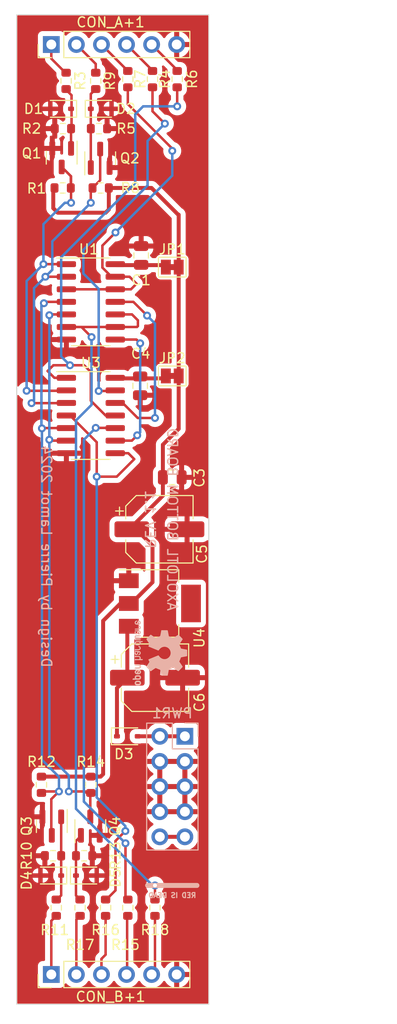
<source format=kicad_pcb>
(kicad_pcb (version 20221018) (generator pcbnew)
  (layers (0 "F.Cu" signal) (31 "B.Cu" signal) (34 "B.Paste" user) (35 "F.Paste" user) (36 "B.SilkS" user "B.Silkscreen") (37 "F.SilkS" user "F.Silkscreen") (38 "B.Mask" user) (39 "F.Mask" user) (44 "Edge.Cuts" user))
  (net 0 "")
  (net 1 "GND")
  (net 2 "Net-(JP1-A)")
  (net 3 "+5V")
  (net 4 "Net-(JP2-A)")
  (net 5 "Net-(R15-Pad1)")
  (net 6 "Net-(R6-Pad1)")
  (net 7 "Net-(R16-Pad1)")
  (net 8 "Net-(R7-Pad1)")
  (net 9 "Net-(R18-Pad1)")
  (net 10 "Net-(U1-Pad8)")
  (net 11 "Net-(U1-Pad11)")
  (net 12 "+12V")
  (net 13 "A1_BOTTOM")
  (net 14 "A2_BOTTOM")
  (net 15 "AA_BOTTOM")
  (net 16 "AX_BOTTOM")
  (net 17 "AO_BOTTOM")
  (net 18 "B1_BOTTOM")
  (net 19 "B2_BOTTOM")
  (net 20 "BA_BOTTOM")
  (net 21 "BX_BOTTOM")
  (net 22 "BO_BOTTOM")
  (net 23 "-12V")
  (net 24 "Net-(D1-K)")
  (net 25 "Net-(D2-K)")
  (net 26 "Net-(D3-A)")
  (net 27 "Net-(D4-K)")
  (net 28 "Net-(D5-K)")
  (net 29 "Net-(R4-Pad1)")
  (net 30 "Net-(Q1-C)")
  (net 31 "Net-(Q2-C)")
  (net 32 "Net-(Q3-C)")
  (net 33 "Net-(Q4-C)")
  (footprint "Capacitor_SMD:CP_Elec_6.3x5.4" (layer "F.Cu") (at 174 107)
    (fp_text reference "C6" (at 4.5 2.5 90) (layer "F.SilkS"))
    (fp_text value "22u")
    (pad "1" smd roundrect (at -2.8 0) (size 3.5 1.6) (layers "F.Cu" "F.Paste" "F.Mask") (roundrect_rratio 0.15625) (net 12 "+12V"))
    (pad "2" smd roundrect (at 2.8 0) (size 3.5 1.6) (layers "F.Cu" "F.Paste" "F.Mask") (roundrect_rratio 0.15625) (net 1 "GND"))
  )
  (footprint "Resistor_SMD:R_0603_1608Metric" (layer "F.Cu") (at 168 46.675 -90)
    (fp_text reference "R9" (at 0 -1.43 90) (layer "F.SilkS"))
    (fp_text value "100K")
    (pad "1" smd roundrect (at -0.825 0 270) (size 0.8 0.95) (layers "F.Cu" "F.Paste" "F.Mask") (net 14 "A2_BOTTOM"))
    (pad "2" smd roundrect (at 0.825 0 270) (size 0.8 0.95) (layers "F.Cu" "F.Paste" "F.Mask") (net 25 "Net-(D2-K)"))
  )
  (footprint "Capacitor_SMD:CP_Elec_6.3x5.4" (layer "F.Cu") (at 174.45 92)
    (fp_text reference "C5" (at 4.3 2.5 90) (layer "F.SilkS"))
    (fp_text value "22u")
    (pad "1" smd roundrect (at -2.8 0) (size 3.5 1.6) (layers "F.Cu" "F.Paste" "F.Mask") (roundrect_rratio 0.15625) (net 3 "+5V"))
    (pad "2" smd roundrect (at 2.8 0) (size 3.5 1.6) (layers "F.Cu" "F.Paste" "F.Mask") (roundrect_rratio 0.15625) (net 1 "GND"))
  )
  (footprint "Package_SO:SOIC-14_3.9x8.7mm_P1.27mm" (layer "F.Cu") (at 167.5 80.5)
    (fp_text reference "U3" (at 0 -5.32) (layer "F.SilkS"))
    (fp_text value "74HC02")
    (pad "1" smd roundrect (at -2.475 -3.81) (size 1.95 0.6) (layers "F.Cu" "F.Paste" "F.Mask") (net 6 "Net-(R6-Pad1)"))
    (pad "2" smd roundrect (at -2.475 -2.54) (size 1.95 0.6) (layers "F.Cu" "F.Paste" "F.Mask") (net 30 "Net-(Q1-C)"))
    (pad "3" smd roundrect (at -2.475 -1.27) (size 1.95 0.6) (layers "F.Cu" "F.Paste" "F.Mask") (net 31 "Net-(Q2-C)"))
    (pad "4" smd roundrect (at -2.475 0) (size 1.95 0.6) (layers "F.Cu" "F.Paste" "F.Mask") (net 7 "Net-(R16-Pad1)"))
    (pad "5" smd roundrect (at -2.475 1.27) (size 1.95 0.6) (layers "F.Cu" "F.Paste" "F.Mask") (net 32 "Net-(Q3-C)"))
    (pad "6" smd roundrect (at -2.475 2.54) (size 1.95 0.6) (layers "F.Cu" "F.Paste" "F.Mask") (net 33 "Net-(Q4-C)"))
    (pad "7" smd roundrect (at -2.475 3.81) (size 1.95 0.6) (layers "F.Cu" "F.Paste" "F.Mask") (net 1 "GND"))
    (pad "8" smd roundrect (at 2.475 3.81) (size 1.95 0.6) (layers "F.Cu" "F.Paste" "F.Mask") (net 7 "Net-(R16-Pad1)"))
    (pad "9" smd roundrect (at 2.475 2.54) (size 1.95 0.6) (layers "F.Cu" "F.Paste" "F.Mask") (net 10 "Net-(U1-Pad8)"))
    (pad "10" smd roundrect (at 2.475 1.27) (size 1.95 0.6) (layers "F.Cu" "F.Paste" "F.Mask") (net 5 "Net-(R15-Pad1)"))
    (pad "11" smd roundrect (at 2.475 0) (size 1.95 0.6) (layers "F.Cu" "F.Paste" "F.Mask") (net 6 "Net-(R6-Pad1)"))
    (pad "12" smd roundrect (at 2.475 -1.27) (size 1.95 0.6) (layers "F.Cu" "F.Paste" "F.Mask") (net 11 "Net-(U1-Pad11)"))
    (pad "13" smd roundrect (at 2.475 -2.54) (size 1.95 0.6) (layers "F.Cu" "F.Paste" "F.Mask") (net 29 "Net-(R4-Pad1)"))
    (pad "14" smd roundrect (at 2.475 -3.81) (size 1.95 0.6) (layers "F.Cu" "F.Paste" "F.Mask") (net 4 "Net-(JP2-A)"))
  )
  (footprint "Capacitor_SMD:C_0805_2012Metric" (layer "F.Cu") (at 172.5 77.5 -90)
    (fp_text reference "C4" (at -3.251654 -0.05 180) (layer "F.SilkS"))
    (fp_text value "100nF")
    (pad "1" smd roundrect (at -0.95 0 270) (size 1 1.45) (layers "F.Cu" "F.Paste" "F.Mask") (net 4 "Net-(JP2-A)"))
    (pad "2" smd roundrect (at 0.95 0 270) (size 1 1.45) (layers "F.Cu" "F.Paste" "F.Mask") (net 1 "GND"))
  )
  (footprint "Connector_PinHeader_2.54mm:PinHeader_1x06_P2.54mm_Vertical" (layer "F.Cu") (at 163.5 137 90)
    (fp_text reference "CON_B+1" (at -2.25 6 180) (layer "F.SilkS"))
    (fp_text value "Conn_01x06_Pin")
    (pad "1" thru_hole rect (at 0 0 90) (size 1.7 1.7) (drill 1) (layers "*.Cu" "*.Mask") (net 18 "B1_BOTTOM"))
    (pad "2" thru_hole oval (at 0 2.54 90) (size 1.7 1.7) (drill 1) (layers "*.Cu" "*.Mask") (net 19 "B2_BOTTOM"))
    (pad "3" thru_hole oval (at 0 5.08 90) (size 1.7 1.7) (drill 1) (layers "*.Cu" "*.Mask") (net 20 "BA_BOTTOM"))
    (pad "4" thru_hole oval (at 0 7.62 90) (size 1.7 1.7) (drill 1) (layers "*.Cu" "*.Mask") (net 21 "BX_BOTTOM"))
    (pad "5" thru_hole oval (at 0 10.16 90) (size 1.7 1.7) (drill 1) (layers "*.Cu" "*.Mask") (net 22 "BO_BOTTOM"))
    (pad "6" thru_hole oval (at 0 12.7 90) (size 1.7 1.7) (drill 1) (layers "*.Cu" "*.Mask") (net 1 "GND"))
  )
  (footprint "Package_TO_SOT_SMD:SOT-23" (layer "F.Cu") (at 167.45 122 90)
    (fp_text reference "Q4" (at 0 2.5 90) (layer "F.SilkS"))
    (fp_text value "MMBT3904")
    (pad "1" smd roundrect (at -0.9375 -0.95 90) (size 1.475 0.6) (layers "F.Cu" "F.Paste" "F.Mask") (net 28 "Net-(D5-K)"))
    (pad "2" smd roundrect (at -0.9375 0.95 90) (size 1.475 0.6) (layers "F.Cu" "F.Paste" "F.Mask") (net 1 "GND"))
    (pad "3" smd roundrect (at 0.9375 0 90) (size 1.475 0.6) (layers "F.Cu" "F.Paste" "F.Mask") (net 33 "Net-(Q4-C)"))
  )
  (footprint "Diode_SMD:D_SOD-323" (layer "F.Cu") (at 164.45 49.5 180)
    (fp_text reference "D1" (at 2.75 0 180) (layer "F.SilkS"))
    (fp_text value "1N4148")
    (pad "1" smd roundrect (at -1.05 0 180) (size 0.6 0.45) (layers "F.Cu" "F.Paste" "F.Mask") (net 24 "Net-(D1-K)"))
    (pad "2" smd roundrect (at 1.05 0 180) (size 0.6 0.45) (layers "F.Cu" "F.Paste" "F.Mask") (net 1 "GND"))
  )
  (footprint "Resistor_SMD:R_0603_1608Metric" (layer "F.Cu") (at 171.25 130.25 -90)
    (fp_text reference "R15" (at 3.75 0.25 -180) (layer "F.SilkS"))
    (fp_text value "100K")
    (pad "1" smd roundrect (at -0.825 0 270) (size 0.8 0.95) (layers "F.Cu" "F.Paste" "F.Mask") (net 5 "Net-(R15-Pad1)"))
    (pad "2" smd roundrect (at 0.825 0 270) (size 0.8 0.95) (layers "F.Cu" "F.Paste" "F.Mask") (net 21 "BX_BOTTOM"))
  )
  (footprint "Jumper:SolderJumper-2_P1.3mm_Bridged_Pad1.0x1.5mm" (layer "F.Cu") (at 175.75 65.5)
    (fp_text reference "JP1" (at 0 -1.8) (layer "F.SilkS"))
    (fp_text value "SolderJumper_2_Bridged")
    (fp_poly (pts (xy -0.25 -0.3) (xy 0.25 -0.3) (xy 0.25 0.3) (xy -0.25 0.3)) (fill solid) (layer "F.Cu"))
    (pad "1" smd rect (at -0.65 0) (size 1 1.5) (layers "F.Cu" "F.Mask") (net 2 "Net-(JP1-A)"))
    (pad "2" smd rect (at 0.65 0) (size 1 1.5) (layers "F.Cu" "F.Mask") (net 3 "+5V"))
  )
  (footprint "Diode_SMD:D_SOD-323" (layer "F.Cu") (at 168.55 49.5)
    (fp_text reference "D2" (at 2.5 0) (layer "F.SilkS"))
    (fp_text value "1N4148")
    (pad "1" smd roundrect (at -1.05 0) (size 0.6 0.45) (layers "F.Cu" "F.Paste" "F.Mask") (net 25 "Net-(D2-K)"))
    (pad "2" smd roundrect (at 1.05 0) (size 0.6 0.45) (layers "F.Cu" "F.Paste" "F.Mask") (net 1 "GND"))
  )
  (footprint "Resistor_SMD:R_0603_1608Metric" (layer "F.Cu") (at 165 46.675 -90)
    (fp_text reference "R3" (at 0 -1.43 90) (layer "F.SilkS"))
    (fp_text value "100K")
    (pad "1" smd roundrect (at -0.825 0 270) (size 0.8 0.95) (layers "F.Cu" "F.Paste" "F.Mask") (net 13 "A1_BOTTOM"))
    (pad "2" smd roundrect (at 0.825 0 270) (size 0.8 0.95) (layers "F.Cu" "F.Paste" "F.Mask") (net 24 "Net-(D1-K)"))
  )
  (footprint "Resistor_SMD:R_0603_1608Metric" (layer "F.Cu") (at 164.675 51.5 180)
    (fp_text reference "R2" (at 3.175 0) (layer "F.SilkS"))
    (fp_text value "100K")
    (pad "1" smd roundrect (at -0.825 0 180) (size 0.8 0.95) (layers "F.Cu" "F.Paste" "F.Mask") (net 24 "Net-(D1-K)"))
    (pad "2" smd roundrect (at 0.825 0 180) (size 0.8 0.95) (layers "F.Cu" "F.Paste" "F.Mask") (net 1 "GND"))
  )
  (footprint "Resistor_SMD:R_0603_1608Metric" (layer "F.Cu") (at 174 130.25 -90)
    (fp_text reference "R18" (at 2.25 0 -180) (layer "F.SilkS"))
    (fp_text value "100K")
    (pad "1" smd roundrect (at -0.825 0 270) (size 0.8 0.95) (layers "F.Cu" "F.Paste" "F.Mask") (net 9 "Net-(R18-Pad1)"))
    (pad "2" smd roundrect (at 0.825 0 270) (size 0.8 0.95) (layers "F.Cu" "F.Paste" "F.Mask") (net 22 "BO_BOTTOM"))
  )
  (footprint "Jumper:SolderJumper-2_P1.3mm_Bridged_Pad1.0x1.5mm" (layer "F.Cu") (at 175.75 76.5)
    (fp_text reference "JP2" (at 0 -1.8) (layer "F.SilkS"))
    (fp_text value "SolderJumper_2_Bridged")
    (fp_poly (pts (xy -0.25 -0.3) (xy 0.25 -0.3) (xy 0.25 0.3) (xy -0.25 0.3)) (fill solid) (layer "F.Cu"))
    (pad "1" smd rect (at -0.65 0) (size 1 1.5) (layers "F.Cu" "F.Mask") (net 4 "Net-(JP2-A)"))
    (pad "2" smd rect (at 0.65 0) (size 1 1.5) (layers "F.Cu" "F.Mask") (net 3 "+5V"))
  )
  (footprint "Resistor_SMD:R_0603_1608Metric" (layer "F.Cu") (at 164.65 57.5)
    (fp_text reference "R1" (at -2.65 0.05) (layer "F.SilkS"))
    (fp_text value "10K")
    (pad "1" smd roundrect (at -0.825 0) (size 0.8 0.95) (layers "F.Cu" "F.Paste" "F.Mask") (net 3 "+5V"))
    (pad "2" smd roundrect (at 0.825 0) (size 0.8 0.95) (layers "F.Cu" "F.Paste" "F.Mask") (net 30 "Net-(Q1-C)"))
  )
  (footprint "Resistor_SMD:R_0603_1608Metric" (layer "F.Cu") (at 168.5 57.5 180)
    (fp_text reference "R8" (at -3 0) (layer "F.SilkS"))
    (fp_text value "10K")
    (pad "1" smd roundrect (at -0.825 0 180) (size 0.8 0.95) (layers "F.Cu" "F.Paste" "F.Mask") (net 3 "+5V"))
    (pad "2" smd roundrect (at 0.825 0 180) (size 0.8 0.95) (layers "F.Cu" "F.Paste" "F.Mask") (net 31 "Net-(Q2-C)"))
  )
  (footprint "Diode_SMD:D_SOD-323" (layer "F.Cu") (at 167.05 127)
    (fp_text reference "D5" (at 2.95 0.25 270) (layer "F.SilkS"))
    (fp_text value "1N4148")
    (pad "1" smd roundrect (at -1.05 0) (size 0.6 0.45) (layers "F.Cu" "F.Paste" "F.Mask") (net 28 "Net-(D5-K)"))
    (pad "2" smd roundrect (at 1.05 0) (size 0.6 0.45) (layers "F.Cu" "F.Paste" "F.Mask") (net 1 "GND"))
  )
  (footprint "Diode_SMD:D_SOD-323" (layer "F.Cu") (at 163.45 127 180)
    (fp_text reference "D4" (at 2.45 -0.5 270) (layer "F.SilkS"))
    (fp_text value "1N4148")
    (pad "1" smd roundrect (at -1.05 0 180) (size 0.6 0.45) (layers "F.Cu" "F.Paste" "F.Mask") (net 27 "Net-(D4-K)"))
    (pad "2" smd roundrect (at 1.05 0 180) (size 0.6 0.45) (layers "F.Cu" "F.Paste" "F.Mask") (net 1 "GND"))
  )
  (footprint "Resistor_SMD:R_0603_1608Metric" (layer "F.Cu") (at 171.25 46.5 90)
    (fp_text reference "R7" (at 0 1.25 90) (layer "F.SilkS"))
    (fp_text value "100K")
    (pad "1" smd roundrect (at -0.825 0 90) (size 0.8 0.95) (layers "F.Cu" "F.Paste" "F.Mask") (net 8 "Net-(R7-Pad1)"))
    (pad "2" smd roundrect (at 0.825 0 90) (size 0.8 0.95) (layers "F.Cu" "F.Paste" "F.Mask") (net 17 "AO_BOTTOM"))
  )
  (footprint "Resistor_SMD:R_0603_1608Metric" (layer "F.Cu") (at 166.825 125)
    (fp_text reference "R13" (at 3.175 0 270) (layer "F.SilkS"))
    (fp_text value "100K")
    (pad "1" smd roundrect (at -0.825 0) (size 0.8 0.95) (layers "F.Cu" "F.Paste" "F.Mask") (net 28 "Net-(D5-K)"))
    (pad "2" smd roundrect (at 0.825 0) (size 0.8 0.95) (layers "F.Cu" "F.Paste" "F.Mask") (net 1 "GND"))
  )
  (footprint "Capacitor_SMD:C_0805_2012Metric" (layer "F.Cu") (at 172.6 64.32 90)
    (fp_text reference "C1" (at -2.5 0) (layer "F.SilkS"))
    (fp_text value "100nF")
    (pad "1" smd roundrect (at -0.95 0 90) (size 1 1.45) (layers "F.Cu" "F.Paste" "F.Mask") (net 2 "Net-(JP1-A)"))
    (pad "2" smd roundrect (at 0.95 0 90) (size 1 1.45) (layers "F.Cu" "F.Paste" "F.Mask") (net 1 "GND"))
  )
  (footprint "Resistor_SMD:R_0603_1608Metric" (layer "F.Cu") (at 169 130.25 -90)
    (fp_text reference "R16" (at 2.25 0 -180) (layer "F.SilkS"))
    (fp_text value "100K")
    (pad "1" smd roundrect (at -0.825 0 270) (size 0.8 0.95) (layers "F.Cu" "F.Paste" "F.Mask") (net 7 "Net-(R16-Pad1)"))
    (pad "2" smd roundrect (at 0.825 0 270) (size 0.8 0.95) (layers "F.Cu" "F.Paste" "F.Mask") (net 20 "BA_BOTTOM"))
  )
  (footprint "Package_TO_SOT_SMD:SOT-23" (layer "F.Cu") (at 164.55 54.4375 -90)
    (fp_text reference "Q1" (at -0.4375 3.05 180) (layer "F.SilkS"))
    (fp_text value "MMBT3904")
    (pad "1" smd roundrect (at -0.9375 -0.95 270) (size 1.475 0.6) (layers "F.Cu" "F.Paste" "F.Mask") (net 24 "Net-(D1-K)"))
    (pad "2" smd roundrect (at -0.9375 0.95 270) (size 1.475 0.6) (layers "F.Cu" "F.Paste" "F.Mask") (net 1 "GND"))
    (pad "3" smd roundrect (at 0.9375 0 270) (size 1.475 0.6) (layers "F.Cu" "F.Paste" "F.Mask") (net 30 "Net-(Q1-C)"))
  )
  (footprint "Resistor_SMD:R_0603_1608Metric" (layer "F.Cu") (at 162.5 117.825 -90)
    (fp_text reference "R12" (at -2.325 0) (layer "F.SilkS"))
    (fp_text value "10K")
    (pad "1" smd roundrect (at -0.825 0 270) (size 0.8 0.95) (layers "F.Cu" "F.Paste" "F.Mask") (net 3 "+5V"))
    (pad "2" smd roundrect (at 0.825 0 270) (size 0.8 0.95) (layers "F.Cu" "F.Paste" "F.Mask") (net 32 "Net-(Q3-C)"))
  )
  (footprint "Resistor_SMD:R_0603_1608Metric" (layer "F.Cu") (at 176.25 46.5 90)
    (fp_text reference "R6" (at 0 1.5 90) (layer "F.SilkS"))
    (fp_text value "100K")
    (pad "1" smd roundrect (at -0.825 0 90) (size 0.8 0.95) (layers "F.Cu" "F.Paste" "F.Mask") (net 6 "Net-(R6-Pad1)"))
    (pad "2" smd roundrect (at 0.825 0 90) (size 0.8 0.95) (layers "F.Cu" "F.Paste" "F.Mask") (net 15 "AA_BOTTOM"))
  )
  (footprint "Capacitor_SMD:C_0805_2012Metric" (layer "F.Cu") (at 175.75 86.75)
    (fp_text reference "C3" (at 2.75 0.05 90) (layer "F.SilkS"))
    (fp_text value "100nF")
    (pad "1" smd roundrect (at -0.95 0) (size 1 1.45) (layers "F.Cu" "F.Paste" "F.Mask") (net 3 "+5V"))
    (pad "2" smd roundrect (at 0.95 0) (size 1 1.45) (layers "F.Cu" "F.Paste" "F.Mask") (net 1 "GND"))
  )
  (footprint "Connector_PinHeader_2.54mm:PinHeader_1x06_P2.54mm_Vertical" (layer "F.Cu") (at 163.5 43 90)
    (fp_text reference "CON_A+1" (at 2.25 6) (layer "F.SilkS"))
    (fp_text value "Conn_01x06_Pin")
    (pad "1" thru_hole rect (at 0 0 90) (size 1.7 1.7) (drill 1) (layers "*.Cu" "*.Mask") (net 13 "A1_BOTTOM"))
    (pad "2" thru_hole oval (at 0 2.54 90) (size 1.7 1.7) (drill 1) (layers "*.Cu" "*.Mask") (net 14 "A2_BOTTOM"))
    (pad "3" thru_hole oval (at 0 5.08 90) (size 1.7 1.7) (drill 1) (layers "*.Cu" "*.Mask") (net 17 "AO_BOTTOM"))
    (pad "4" thru_hole oval (at 0 7.62 90) (size 1.7 1.7) (drill 1) (layers "*.Cu" "*.Mask") (net 16 "AX_BOTTOM"))
    (pad "5" thru_hole oval (at 0 10.16 90) (size 1.7 1.7) (drill 1) (layers "*.Cu" "*.Mask") (net 15 "AA_BOTTOM"))
    (pad "6" thru_hole oval (at 0 12.7 90) (size 1.7 1.7) (drill 1) (layers "*.Cu" "*.Mask") (net 1 "GND"))
  )
  (footprint "Resistor_SMD:R_0603_1608Metric" (layer "F.Cu") (at 168.325 51.5)
    (fp_text reference "R5" (at 2.75 0) (layer "F.SilkS"))
    (fp_text value "100K")
    (pad "1" smd roundrect (at -0.825 0) (size 0.8 0.95) (layers "F.Cu" "F.Paste" "F.Mask") (net 25 "Net-(D2-K)"))
    (pad "2" smd roundrect (at 0.825 0) (size 0.8 0.95) (layers "F.Cu" "F.Paste" "F.Mask") (net 1 "GND"))
  )
  (footprint "Package_TO_SOT_SMD:SOT-23" (layer "F.Cu") (at 163.55 122 -90)
    (fp_text reference "Q3" (at 0 2.55 90) (layer "F.SilkS"))
    (fp_text value "MMBT3904")
    (pad "1" smd roundrect (at -0.9375 -0.95 270) (size 1.475 0.6) (layers "F.Cu" "F.Paste" "F.Mask") (net 27 "Net-(D4-K)"))
    (pad "2" smd roundrect (at -0.9375 0.95 270) (size 1.475 0.6) (layers "F.Cu" "F.Paste" "F.Mask") (net 1 "GND"))
    (pad "3" smd roundrect (at 0.9375 0 270) (size 1.475 0.6) (layers "F.Cu" "F.Paste" "F.Mask") (net 32 "Net-(Q3-C)"))
  )
  (footprint "Resistor_SMD:R_0603_1608Metric" (layer "F.Cu") (at 167.5 117.825 -90)
    (fp_text reference "R14" (at -2.325 0) (layer "F.SilkS"))
    (fp_text value "10K")
    (pad "1" smd roundrect (at -0.825 0 270) (size 0.8 0.95) (layers "F.Cu" "F.Paste" "F.Mask") (net 3 "+5V"))
    (pad "2" smd roundrect (at 0.825 0 270) (size 0.8 0.95) (layers "F.Cu" "F.Paste" "F.Mask") (net 33 "Net-(Q4-C)"))
  )
  (footprint "Resistor_SMD:R_0603_1608Metric" (layer "F.Cu") (at 173.75 46.5 90)
    (fp_text reference "R4" (at 0 1.25 90) (layer "F.SilkS"))
    (fp_text value "100K")
    (pad "1" smd roundrect (at -0.825 0 90) (size 0.8 0.95) (layers "F.Cu" "F.Paste" "F.Mask") (net 29 "Net-(R4-Pad1)"))
    (pad "2" smd roundrect (at 0.825 0 90) (size 0.8 0.95) (layers "F.Cu" "F.Paste" "F.Mask") (net 16 "AX_BOTTOM"))
  )
  (footprint "Package_TO_SOT_SMD:SOT-23" (layer "F.Cu") (at 168.45 54.5 90)
    (fp_text reference "Q2" (at 0 3) (layer "F.SilkS"))
    (fp_text value "MMBT3904")
    (pad "1" smd roundrect (at -0.9375 -0.95 90) (size 1.475 0.6) (layers "F.Cu" "F.Paste" "F.Mask") (net 25 "Net-(D2-K)"))
    (pad "2" smd roundrect (at -0.9375 0.95 90) (size 1.475 0.6) (layers "F.Cu" "F.Paste" "F.Mask") (net 1 "GND"))
    (pad "3" smd roundrect (at 0.9375 0 90) (size 1.475 0.6) (layers "F.Cu" "F.Paste" "F.Mask") (net 31 "Net-(Q2-C)"))
  )
  (footprint "Resistor_SMD:R_0603_1608Metric" (layer "F.Cu") (at 164 130.25 90)
    (fp_text reference "R11" (at -2.25 -0.1625) (layer "F.SilkS"))
    (fp_text value "100K")
    (pad "1" smd roundrect (at -0.825 0 90) (size 0.8 0.95) (layers "F.Cu" "F.Paste" "F.Mask") (net 18 "B1_BOTTOM"))
    (pad "2" smd roundrect (at 0.825 0 90) (size 0.8 0.95) (layers "F.Cu" "F.Paste" "F.Mask") (net 27 "Net-(D4-K)"))
  )
  (footprint "Resistor_SMD:R_0603_1608Metric" (layer "F.Cu") (at 166.4125 130.25 90)
    (fp_text reference "R17" (at -3.75 0 180) (layer "F.SilkS"))
    (fp_text value "100K")
    (pad "1" smd roundrect (at -0.825 0 90) (size 0.8 0.95) (layers "F.Cu" "F.Paste" "F.Mask") (net 19 "B2_BOTTOM"))
    (pad "2" smd roundrect (at 0.825 0 90) (size 0.8 0.95) (layers "F.Cu" "F.Paste" "F.Mask") (net 28 "Net-(D5-K)"))
  )
  (footprint "Package_TO_SOT_SMD:SOT-223" (layer "F.Cu") (at 174.5 99.5)
    (fp_text reference "U4" (at 4 3.5 90) (layer "F.SilkS"))
    (fp_text value "LM1117MP-5.0")
    (pad "1" smd rect (at -3.15 -2.3) (size 2 1.5) (layers "F.Cu" "F.Paste" "F.Mask") (net 1 "GND"))
    (pad "2" smd rect (at -3.15 0) (size 2 1.5) (layers "F.Cu" "F.Paste" "F.Mask") (net 3 "+5V"))
    (pad "3" smd rect (at -3.15 2.3) (size 2 1.5) (layers "F.Cu" "F.Paste" "F.Mask") (net 12 "+12V"))
    (pad "4" smd rect (at 3.15 0) (size 2 3.8) (layers "F.Cu" "F.Paste" "F.Mask"))
  )
  (footprint "Package_SO:SOIC-14_3.9x8.7mm_P1.27mm" (layer "F.Cu") (at 167.5 69.0125)
    (fp_text reference "U1" (at -0.2 -5.3125) (layer "F.SilkS"))
    (fp_text value "74HC00")
    (pad "1" smd roundrect (at -2.475 -3.81) (size 1.95 0.6) (layers "F.Cu" "F.Paste" "F.Mask") (net 30 "Net-(Q1-C)"))
    (pad "2" smd roundrect (at -2.475 -2.54) (size 1.95 0.6) (layers "F.Cu" "F.Paste" "F.Mask") (net 31 "Net-(Q2-C)"))
    (pad "3" smd roundrect (at -2.475 -1.27) (size 1.95 0.6) (layers "F.Cu" "F.Paste" "F.Mask") (net 8 "Net-(R7-Pad1)"))
    (pad "4" smd roundrect (at -2.475 0) (size 1.95 0.6) (layers "F.Cu" "F.Paste" "F.Mask") (net 32 "Net-(Q3-C)"))
    (pad "5" smd roundrect (at -2.475 1.27) (size 1.95 0.6) (layers "F.Cu" "F.Paste" "F.Mask") (net 33 "Net-(Q4-C)"))
    (pad "6" smd roundrect (at -2.475 2.54) (size 1.95 0.6) (layers "F.Cu" "F.Paste" "F.Mask") (net 9 "Net-(R18-Pad1)"))
    (pad "7" smd roundrect (at -2.475 3.81) (size 1.95 0.6) (layers "F.Cu" "F.Paste" "F.Mask") (net 1 "GND"))
    (pad "8" smd roundrect (at 2.475 3.81) (size 1.95 0.6) (layers "F.Cu" "F.Paste" "F.Mask") (net 10 "Net-(U1-Pad8)"))
    (pad "9" smd roundrect (at 2.475 2.54) (size 1.95 0.6) (layers "F.Cu" "F.Paste" "F.Mask") (net 9 "Net-(R18-Pad1)"))
    (pad "10" smd roundrect (at 2.475 1.27) (size 1.95 0.6) (layers "F.Cu" "F.Paste" "F.Mask") (net 9 "Net-(R18-Pad1)"))
    (pad "11" smd roundrect (at 2.475 0) (size 1.95 0.6) (layers "F.Cu" "F.Paste" "F.Mask") (net 11 "Net-(U1-Pad11)"))
    (pad "12" smd roundrect (at 2.475 -1.27) (size 1.95 0.6) (layers "F.Cu" "F.Paste" "F.Mask") (net 8 "Net-(R7-Pad1)"))
    (pad "13" smd roundrect (at 2.475 -2.54) (size 1.95 0.6) (layers "F.Cu" "F.Paste" "F.Mask") (net 8 "Net-(R7-Pad1)"))
    (pad "14" smd roundrect (at 2.475 -3.81) (size 1.95 0.6) (layers "F.Cu" "F.Paste" "F.Mask") (net 2 "Net-(JP1-A)"))
  )
  (footprint "Diode_SMD:D_SOD-323" (layer "F.Cu") (at 171.2 112.925)
    (fp_text reference "D3" (at -0.35 1.8) (layer "F.SilkS"))
    (fp_text value "1N4148")
    (pad "1" smd roundrect (at -1.05 0) (size 0.6 0.45) (layers "F.Cu" "F.Paste" "F.Mask") (net 12 "+12V"))
    (pad "2" smd roundrect (at 1.05 0) (size 0.6 0.45) (layers "F.Cu" "F.Paste" "F.Mask") (net 26 "Net-(D3-A)"))
  )
  (footprint "Resistor_SMD:R_0603_1608Metric" (layer "F.Cu") (at 163.675 125 180)
    (fp_text reference "R10" (at 2.675 0 90) (layer "F.SilkS"))
    (fp_text value "100K")
    (pad "1" smd roundrect (at -0.825 0 180) (size 0.8 0.95) (layers "F.Cu" "F.Paste" "F.Mask") (net 27 "Net-(D4-K)"))
    (pad "2" smd roundrect (at 0.825 0 180) (size 0.8 0.95) (layers "F.Cu" "F.Paste" "F.Mask") (net 1 "GND"))
  )
  (footprint "Connector_PinHeader_2.54mm:PinHeader_2x05_P2.54mm_Vertical" (layer "B.Cu") (at 177.03 112.925 180)
    (fp_text reference "PWR1" (at 1.27 2.33) (layer "B.SilkS") (effects (justify mirror)))
    (fp_text value "Conn_02x05_Odd_Even")
    (pad "1" thru_hole rect (at 0 0 180) (size 1.7 1.7) (drill 1) (layers "*.Cu" "*.Mask") (net 26 "Net-(D3-A)"))
    (pad "2" thru_hole oval (at 2.54 0 180) (size 1.7 1.7) (drill 1) (layers "*.Cu" "*.Mask") (net 26 "Net-(D3-A)"))
    (pad "3" thru_hole oval (at 0 -2.54 180) (size 1.7 1.7) (drill 1) (layers "*.Cu" "*.Mask") (net 1 "GND"))
    (pad "4" thru_hole oval (at 2.54 -2.54 180) (size 1.7 1.7) (drill 1) (layers "*.Cu" "*.Mask") (net 1 "GND"))
    (pad "5" thru_hole oval (at 0 -5.08 180) (size 1.7 1.7) (drill 1) (layers "*.Cu" "*.Mask") (net 1 "GND"))
    (pad "6" thru_hole oval (at 2.54 -5.08 180) (size 1.7 1.7) (drill 1) (layers "*.Cu" "*.Mask") (net 1 "GND"))
    (pad "7" thru_hole oval (at 0 -7.62 180) (size 1.7 1.7) (drill 1) (layers "*.Cu" "*.Mask") (net 1 "GND"))
    (pad "8" thru_hole oval (at 2.54 -7.62 180) (size 1.7 1.7) (drill 1) (layers "*.Cu" "*.Mask") (net 1 "GND"))
    (pad "9" thru_hole oval (at 0 -10.16 180) (size 1.7 1.7) (drill 1) (layers "*.Cu" "*.Mask") (net 23 "-12V"))
    (pad "10" thru_hole oval (at 2.54 -10.16 180) (size 1.7 1.7) (drill 1) (layers "*.Cu" "*.Mask") (net 23 "-12V"))
  )
  (footprint "Symbol:OSHW-Logo2_7.3x6mm_SilkScreen" (layer "B.Cu") (at 174.5 104.5 90)
    (fp_text reference "REF**" hide)
    (fp_text value "OSHW-Logo2_7.3x6mm_SilkScreen" hide)
  )
  (gr_line (start 173.25 128) (end 178.25 128) (stroke (width 0.5)) (layer "B.SilkS"))
  (gr_rect (start 160 40) (end 179.45 140) (stroke (width 0.1)) (fill none) (layer "Edge.Cuts"))
  (gr_text "RED IS DEAD" (at 175.75 129) (layer "B.SilkS") (effects (font (size 0.5 0.5) (thickness 0.125)) (justify mirror)))
  (gr_text "AXOLOTL BOTTOM BOARD" (at 175.75 91 -90) (layer "B.SilkS") (effects (font (size 1 1)) (justify mirror)))
  (gr_text "REV 1.1" (at 173.5 91 -90) (layer "B.SilkS") (effects (font (size 1 1)) (justify mirror)))
  (gr_text "Design by Pierre Lamot 2024" (at 163 94.75 270) (layer "B.SilkS") (effects (font (size 1 1)) (justify mirror)))
  (segment (start 172.5 65.3) (end 170.0725 65.3) (width 0.4) (layer "F.Cu") (net 2))
  (segment (start 172.5 65.3) (end 174.9 65.3) (width 0.4) (layer "F.Cu") (net 2))
  (segment (start 163.7 59.545) (end 164.155 60) (width 0.4) (layer "F.Cu") (net 3))
  (segment (start 171.75 91.65) (end 174.8 88.6) (width 0.4) (layer "F.Cu") (net 3))
  (segment (start 171 99) (end 168.75 101.25) (width 0.4) (layer "F.Cu") (net 3))
  (segment (start 171.6 99.5) (end 173.75 97.35) (width 0.4) (layer "F.Cu") (net 3))
  (segment (start 169 60) (end 169.325 59.675) (width 0.4) (layer "F.Cu") (net 3))
  (segment (start 163.7 57.5375) (end 163.7 59.545) (width 0.4) (layer "F.Cu") (net 3))
  (segment (start 168.5 117) (end 167.5 117) (width 0.4) (layer "F.Cu") (net 3))
  (segment (start 168.75 116.75) (end 168.5 117) (width 0.4) (layer "F.Cu") (net 3))
  (segment (start 168.75 101.25) (end 168.75 116.75) (width 0.4) (layer "F.Cu") (net 3))
  (segment (start 163.825 57.4125) (end 163.7 57.5375) (width 0.4) (layer "F.Cu") (net 3))
  (segment (start 164.155 60) (end 169 60) (width 0.4) (layer "F.Cu") (net 3))
  (segment (start 169.325 59.675) (end 169.325 57.5) (width 0.4) (layer "F.Cu") (net 3))
  (segment (start 162.5 117) (end 167.5 117) (width 0.4) (layer "F.Cu") (net 3))
  (segment (start 173.65 57.5) (end 176.4 60.25) (width 0.4) (layer "F.Cu") (net 3))
  (segment (start 174.8 88.6) (end 174.8 83.45) (width 0.4) (layer "F.Cu") (net 3))
  (segment (start 176.4 81.85) (end 176.4 60.2) (width 0.4) (layer "F.Cu") (net 3))
  (segment (start 169.325 57.5) (end 173.65 57.5) (width 0.4) (layer "F.Cu") (net 3))
  (segment (start 173.75 97.35) (end 173.75 93.65) (width 0.4) (layer "F.Cu") (net 3))
  (segment (start 173.75 93.65) (end 171.75 91.65) (width 0.4) (layer "F.Cu") (net 3))
  (segment (start 174.8 83.45) (end 176.4 81.85) (width 0.4) (layer "F.Cu") (net 3))
  (segment (start 172.7 76.75) (end 174.85 76.75) (width 0.4) (layer "F.Cu") (net 4))
  (segment (start 170.035 76.75) (end 172.3 76.75) (width 0.4) (layer "F.Cu") (net 4))
  (segment (start 168 81.75) (end 169.48635 81.75) (width 0.25) (layer "F.Cu") (net 5))
  (segment (start 169.48635 81.75) (end 169.50635 81.77) (width 0.25) (layer "F.Cu") (net 5))
  (segment (start 169.50635 81.77) (end 169.975 81.77) (width 0.25) (layer "F.Cu") (net 5))
  (segment (start 171.012299 123.737701) (end 171.012299 129.412701) (width 0.25) (layer "F.Cu") (net 5))
  (via (at 171.012299 123.737701) (size 0.8) (drill 0.4) (layers "F.Cu" "B.Cu") (net 5))
  (via (at 168 81.75) (size 0.8) (drill 0.4) (layers "F.Cu" "B.Cu") (net 5))
  (segment (start 166.8 119.525402) (end 166.8 82.95) (width 0.25) (layer "B.Cu") (net 5))
  (segment (start 171.012299 123.737701) (end 166.8 119.525402) (width 0.25) (layer "B.Cu") (net 5))
  (segment (start 166.8 82.95) (end 168 81.75) (width 0.25) (layer "B.Cu") (net 5))
  (segment (start 163.81 76.69) (end 165.025 76.69) (width 0.25) (layer "F.Cu") (net 6))
  (segment (start 167.5 79) (end 169 80.5) (width 0.25) (layer "F.Cu") (net 6))
  (segment (start 176.25 47.575) (end 176.25 49.25) (width 0.25) (layer "F.Cu") (net 6))
  (segment (start 163.125 76.005) (end 163.81 76.69) (width 0.25) (layer "F.Cu") (net 6))
  (segment (start 167.5 76.1) (end 167.5 79) (width 0.25) (layer "F.Cu") (net 6))
  (segment (start 169 80.5) (end 169.975 80.5) (width 0.25) (layer "F.Cu") (net 6))
  (segment (start 163.71 75.42) (end 163.125 76.005) (width 0.25) (layer "F.Cu") (net 6))
  (segment (start 166.82 75.42) (end 167.5 76.1) (width 0.25) (layer "F.Cu") (net 6))
  (segment (start 165.39 75.42) (end 166.82 75.42) (width 0.25) (layer "F.Cu") (net 6))
  (segment (start 165.39 75.42) (end 163.71 75.42) (width 0.25) (layer "F.Cu") (net 6))
  (via (at 176.25 49.25) (size 0.8) (drill 0.4) (layers "F.Cu" "B.Cu") (net 6))
  (via (at 165.39 75.42) (size 0.8) (drill 0.4) (layers "F.Cu" "B.Cu") (net 6))
  (segment (start 165.39 75.42) (end 164.5 74.53) (width 0.25) (layer "B.Cu") (net 6))
  (segment (start 172 57) (end 172 50.05) (width 0.25) (layer "B.Cu") (net 6))
  (segment (start 164.5 64.5) (end 172 57) (width 0.25) (layer "B.Cu") (net 6))
  (segment (start 172.8 49.25) (end 176.25 49.25) (width 0.25) (layer "B.Cu") (net 6))
  (segment (start 172 50.05) (end 172.8 49.25) (width 0.25) (layer "B.Cu") (net 6))
  (segment (start 164.5 74.53) (end 164.5 64.5) (width 0.25) (layer "B.Cu") (net 6))
  (segment (start 168.1 86.68) (end 168.1 83.198249) (width 0.25) (layer "F.Cu") (net 7))
  (segment (start 169.075 129.425) (end 169 129.425) (width 0.25) (layer "F.Cu") (net 7))
  (segment (start 171 122.5) (end 170 123.5) (width 0.25) (layer "F.Cu") (net 7))
  (segment (start 171.3 84.31) (end 169.975 84.31) (width 0.25) (layer "F.Cu") (net 7))
  (segment (start 165.401751 80.5) (end 165.025 80.5) (width 0.25) (layer "F.Cu") (net 7))
  (segment (start 168.1 83.198249) (end 165.401751 80.5) (width 0.25) (layer "F.Cu") (net 7))
  (segment (start 170.13 86.68) (end 171.9 84.91) (width 0.25) (layer "F.Cu") (net 7))
  (segment (start 171.9 84.91) (end 171.3 84.31) (width 0.25) (layer "F.Cu") (net 7))
  (segment (start 165.575876 80.5) (end 165.025 80.5) (width 0.25) (layer "F.Cu") (net 7))
  (segment (start 170 123.5) (end 170 128.5) (width 0.25) (layer "F.Cu") (net 7))
  (segment (start 168.1 86.68) (end 170.13 86.68) (width 0.25) (layer "F.Cu") (net 7))
  (segment (start 170 128.5) (end 169.075 129.425) (width 0.25) (layer "F.Cu") (net 7))
  (via (at 168.1 86.68) (size 0.8) (drill 0.4) (layers "F.Cu" "B.Cu") (net 7))
  (via (at 171 122.5) (size 0.8) (drill 0.4) (layers "F.Cu" "B.Cu") (net 7))
  (segment (start 171 122) (end 168.1 119.1) (width 0.25) (layer "B.Cu") (net 7))
  (segment (start 168.1 119.1) (end 168.1 86.68) (width 0.25) (layer "B.Cu") (net 7))
  (segment (start 171 122.5) (end 171 122) (width 0.25) (layer "B.Cu") (net 7))
  (segment (start 165.025 67.7425) (end 169.975 67.7425) (width 0.25) (layer "F.Cu") (net 8))
  (segment (start 172.13 67.18) (end 171.5675 67.7425) (width 0.25) (layer "F.Cu") (net 8))
  (segment (start 171.4225 66.4725) (end 172.13 67.18) (width 0.25) (layer "F.Cu") (net 8))
  (segment (start 171.25 49.025305) (end 171.25 47.575) (width 0.25) (layer "F.Cu") (net 8))
  (segment (start 170 62) (end 168.675 63.325) (width 0.25) (layer "F.Cu") (net 8))
  (segment (start 175.75 53.525305) (end 171.25 49.025305) (width 0.25) (layer "F.Cu") (net 8))
  (segment (start 169.598249 66.4725) (end 169.975 66.4725) (width 0.25) (layer "F.Cu") (net 8))
  (segment (start 168.675 63.325) (end 168.675 65.549251) (width 0.25) (layer "F.Cu") (net 8))
  (segment (start 169.975 66.4725) (end 171.4225 66.4725) (width 0.25) (layer "F.Cu") (net 8))
  (segment (start 175.75 53.75) (end 175.75 53.525305) (width 0.25) (layer "F.Cu") (net 8))
  (segment (start 168.675 65.549251) (end 169.598249 66.4725) (width 0.25) (layer "F.Cu") (net 8))
  (segment (start 171.5675 67.7425) (end 169.975 67.7425) (width 0.25) (layer "F.Cu") (net 8))
  (via (at 175.75 53.75) (size 0.8) (drill 0.4) (layers "F.Cu" "B.Cu") (net 8))
  (via (at 170 62) (size 0.8) (drill 0.4) (layers "F.Cu" "B.Cu") (net 8))
  (segment (start 175.75 56.25) (end 170 62) (width 0.25) (layer "B.Cu") (net 8))
  (segment (start 175.75 53.75) (end 175.75 56.25) (width 0.25) (layer "B.Cu") (net 8))
  (segment (start 172.27 71.46) (end 172.27 70.88) (width 0.25) (layer "F.Cu") (net 9))
  (segment (start 172.27 70.88) (end 171.6725 70.2825) (width 0.25) (layer "F.Cu") (net 9))
  (segment (start 172.1775 71.5525) (end 172.27 71.46) (width 0.25) (layer "F.Cu") (net 9))
  (segment (start 166.5525 71.5525) (end 165.025 71.5525) (width 0.25) (layer "F.Cu") (net 9))
  (segment (start 174 128) (end 174 129.425) (width 0.25) (layer "F.Cu") (net 9))
  (segment (start 167.575 72.575) (end 166.5525 71.5525) (width 0.25) (layer "F.Cu") (net 9))
  (segment (start 171.6725 70.2825) (end 169.975 70.2825) (width 0.25) (layer "F.Cu") (net 9))
  (segment (start 169.975 71.5525) (end 172.1775 71.5525) (width 0.25) (layer "F.Cu") (net 9))
  (segment (start 165.025 71.5525) (end 169.975 71.5525) (width 0.25) (layer "F.Cu") (net 9))
  (via (at 167.575 72.575) (size 0.8) (drill 0.4) (layers "F.Cu" "B.Cu") (net 9))
  (via (at 174 128) (size 0.8) (drill 0.4) (layers "F.Cu" "B.Cu") (net 9))
  (segment (start 174 128) (end 173.75 128) (width 0.25) (layer "B.Cu") (net 9))
  (segment (start 173.75 128) (end 166 120.25) (width 0.25) (layer "B.Cu") (net 9))
  (segment (start 167.575 79.425) (end 167.575 72.575) (width 0.25) (layer "B.Cu") (net 9))
  (segment (start 166 81) (end 167.575 79.425) (width 0.25) (layer "B.Cu") (net 9))
  (segment (start 166 120.25) (end 166 81) (width 0.25) (layer "B.Cu") (net 9))
  (segment (start 169.975 72.8225) (end 172.1225 72.8225) (width 0.25) (layer "F.Cu") (net 10))
  (segment (start 171.66 83.04) (end 172.2 82.5) (width 0.25) (layer "F.Cu") (net 10))
  (segment (start 172.1225 72.8225) (end 172.5 73.2) (width 0.25) (layer "F.Cu") (net 10))
  (segment (start 169.975 83.04) (end 171.66 83.04) (width 0.25) (layer "F.Cu") (net 10))
  (via (at 172.5 73.2) (size 0.8) (drill 0.4) (layers "F.Cu" "B.Cu") (net 10))
  (via (at 172.2 82.5) (size 0.8) (drill 0.4) (layers "F.Cu" "B.Cu") (net 10))
  (segment (start 172.5 73.2) (end 172.5 82.2) (width 0.25) (layer "B.Cu") (net 10))
  (segment (start 172.5 82.2) (end 172.2 82.5) (width 0.25) (layer "B.Cu") (net 10))
  (segment (start 171.8125 69.0125) (end 173.2 70.4) (width 0.25) (layer "F.Cu") (net 11))
  (segment (start 169.975 69.0125) (end 171.8125 69.0125) (width 0.25) (layer "F.Cu") (net 11))
  (segment (start 172.25 80.75) (end 170.73 79.23) (width 0.25) (layer "F.Cu") (net 11))
  (segment (start 170.73 79.23) (end 169.975 79.23) (width 0.25) (layer "F.Cu") (net 11))
  (segment (start 174 80.75) (end 172.25 80.75) (width 0.25) (layer "F.Cu") (net 11))
  (via (at 174 80.75) (size 0.8) (drill 0.4) (layers "F.Cu" "B.Cu") (net 11))
  (via (at 173.2 70.4) (size 0.8) (drill 0.4) (layers "F.Cu" "B.Cu") (net 11))
  (segment (start 174 71.2) (end 173.2 70.4) (width 0.25) (layer "B.Cu") (net 11))
  (segment (start 174 80.75) (end 174 71.2) (width 0.25) (layer "B.Cu") (net 11))
  (segment (start 171.2 101.35) (end 171.2 107) (width 0.4) (layer "F.Cu") (net 12))
  (segment (start 170.15 112.925) (end 170.15 108.05) (width 0.4) (layer "F.Cu") (net 12))
  (segment (start 170.15 108.05) (end 171.2 107) (width 0.4) (layer "F.Cu") (net 12))
  (segment (start 163.5 44.425) (end 164.75 45.675) (width 0.25) (layer "F.Cu") (net 13))
  (segment (start 163.5 43) (end 163.5 44.425) (width 0.25) (layer "F.Cu") (net 13))
  (segment (start 166.04 43) (end 168 44.96) (width 0.25) (layer "F.Cu") (net 14))
  (segment (start 168 44.96) (end 168 45.85) (width 0.25) (layer "F.Cu") (net 14))
  (segment (start 176.25 45.675) (end 176.25 45.59) (width 0.25) (layer "F.Cu") (net 15))
  (segment (start 176.25 45.59) (end 173.66 43) (width 0.25) (layer "F.Cu") (net 15))
  (segment (start 173.75 45.63) (end 171.12 43) (width 0.25) (layer "F.Cu") (net 16))
  (segment (start 171.25 45.675) (end 171.25 45.67) (width 0.25) (layer "F.Cu") (net 17))
  (segment (start 171.25 45.67) (end 168.58 43) (width 0.25) (layer "F.Cu") (net 17))
  (segment (start 164 131.075) (end 163.5 131.575) (width 0.25) (layer "F.Cu") (net 18))
  (segment (start 163.5 131.575) (end 163.5 137) (width 0.25) (layer "F.Cu") (net 18))
  (segment (start 166.4125 131.075) (end 166.04 131.4475) (width 0.25) (layer "F.Cu") (net 19))
  (segment (start 166.04 131.4475) (end 166.04 137) (width 0.25) (layer "F.Cu") (net 19))
  (segment (start 169 135) (end 168.58 135.42) (width 0.25) (layer "F.Cu") (net 20))
  (segment (start 168.58 135.42) (end 168.58 137) (width 0.25) (layer "F.Cu") (net 20))
  (segment (start 169 131.075) (end 169 135) (width 0.25) (layer "F.Cu") (net 20))
  (segment (start 171.18 131.145) (end 171.18 136.55) (width 0.25) (layer "F.Cu") (net 21))
  (segment (start 174 136.27) (end 173.72 136.55) (width 0.25) (layer "F.Cu") (net 22))
  (segment (start 174 131.075) (end 174 136.27) (width 0.25) (layer "F.Cu") (net 22))
  (segment (start 174.49 123.085) (end 177.03 123.085) (width 0.4) (layer "F.Cu") (net 23))
  (segment (start 165.5 53.5) (end 165.5 51.5) (width 0.25) (layer "F.Cu") (net 24))
  (segment (start 165.55 49.5) (end 165.55 51.3875) (width 0.25) (layer "F.Cu") (net 24))
  (segment (start 164.75 47.325) (end 165.55 48.125) (width 0.25) (layer "F.Cu") (net 24))
  (segment (start 165.55 48.125) (end 165.55 49.5) (width 0.25) (layer "F.Cu") (net 24))
  (segment (start 167.5 51.5) (end 167.5 55.4375) (width 0.25) (layer "F.Cu") (net 25))
  (segment (start 168 47.5) (end 167.5 48) (width 0.25) (layer "F.Cu") (net 25))
  (segment (start 167.5 49.5) (end 167.5 51.5) (width 0.25) (layer "F.Cu") (net 25))
  (segment (start 167.5 48) (end 167.5 49.5) (width 0.25) (layer "F.Cu") (net 25))
  (segment (start 174.49 112.925) (end 177.03 112.925) (width 0.4) (layer "F.Cu") (net 26))
  (segment (start 172.25 112.925) (end 174.49 112.925) (width 0.4) (layer "F.Cu") (net 26))
  (segment (start 164.5 125) (end 164.5 127) (width 0.25) (layer "F.Cu") (net 27))
  (segment (start 164 129.425) (end 164.075 129.425) (width 0.25) (layer "F.Cu") (net 27))
  (segment (start 164.5 129) (end 164.5 127) (width 0.25) (layer "F.Cu") (net 27))
  (segment (start 164.5 121.0625) (end 164.5 125) (width 0.25) (layer "F.Cu") (net 27))
  (segment (start 164.075 129.425) (end 164.5 129) (width 0.25) (layer "F.Cu") (net 27))
  (segment (start 166 125) (end 166 123.5) (width 0.25) (layer "F.Cu") (net 28))
  (segment (start 166 127) (end 166 125) (width 0.25) (layer "F.Cu") (net 28))
  (segment (start 166 129.0125) (end 166 127) (width 0.25) (layer "F.Cu") (net 28))
  (segment (start 166 123.5) (end 166.5 123) (width 0.25) (layer "F.Cu") (net 28))
  (segment (start 166.4125 129.425) (end 166 129.0125) (width 0.25) (layer "F.Cu") (net 28))
  (segment (start 168.2995 78.02) (end 169.538249 78.02) (width 0.25) (layer "F.Cu") (net 29))
  (segment (start 175 51) (end 173.75 49.75) (width 0.25) (layer "F.Cu") (net 29))
  (segment (start 169.598249 77.96) (end 169.975 77.96) (width 0.25) (layer "F.Cu") (net 29))
  (segment (start 173.75 49.75) (end 173.75 47.575) (width 0.25) (layer "F.Cu") (net 29))
  (segment (start 169.538249 78.02) (end 169.598249 77.96) (width 0.25) (layer "F.Cu") (net 29))
  (via (at 168.2995 78.02) (size 0.8) (drill 0.4) (layers "F.Cu" "B.Cu") (net 29))
  (via (at 175 51) (size 0.8) (drill 0.4) (layers "F.Cu" "B.Cu") (net 29))
  (segment (start 173.25 57.25) (end 166.75 63.75) (width 0.25) (layer "B.Cu") (net 29))
  (segment (start 168.3 78.0195) (end 168.2995 78.02) (width 0.25) (layer "B.Cu") (net 29))
  (segment (start 166.75 63.75) (end 166.75 66.15) (width 0.25) (layer "B.Cu") (net 29))
  (segment (start 173.25 52.75) (end 173.25 57.25) (width 0.25) (layer "B.Cu") (net 29))
  (segment (start 166.75 66.15) (end 168.3 67.7) (width 0.25) (layer "B.Cu") (net 29))
  (segment (start 168.3 67.7) (end 168.3 78.0195) (width 0.25) (layer "B.Cu") (net 29))
  (segment (start 175 51) (end 173.25 52.75) (width 0.25) (layer "B.Cu") (net 29))
  (segment (start 165.5 56.325) (end 164.55 55.375) (width 0.25) (layer "F.Cu") (net 30))
  (segment (start 165.475 56.3) (end 164.55 55.375) (width 0.25) (layer "F.Cu") (net 30))
  (segment (start 161 78) (end 164.985 78) (width 0.25) (layer "F.Cu") (net 30))
  (segment (start 165.5 59) (end 165.5 56.325) (width 0.25) (layer "F.Cu") (net 30))
  (segment (start 162.7025 65.2025) (end 165.025 65.2025) (width 0.25) (layer "F.Cu") (net 30))
  (segment (start 165.475 57.4125) (end 165.475 56.3) (width 0.25) (layer "F.Cu") (net 30))
  (segment (start 164.985 78) (end 165.025 77.96) (width 0.25) (layer "F.Cu") (net 30))
  (via (at 162.7025 65.2025) (size 0.8) (drill 0.4) (layers "F.Cu" "B.Cu") (net 30))
  (via (at 161 78) (size 0.8) (drill 0.4) (layers "F.Cu" "B.Cu") (net 30))
  (via (at 165.5 59) (size 0.8) (drill 0.4) (layers "F.Cu" "B.Cu") (net 30))
  (segment (start 162.7025 65.2025) (end 162.7025 61.161104) (width 0.25) (layer "B.Cu") (net 30))
  (segment (start 162.7025 65.2025) (end 161 66.905) (width 0.25) (layer "B.Cu") (net 30))
  (segment (start 162.7025 61.161104) (end 164.863604 59) (width 0.25) (layer "B.Cu") (net 30))
  (segment (start 161 66.905) (end 161 78) (width 0.25) (layer "B.Cu") (net 30))
  (segment (start 164.863604 59) (end 165.5 59) (width 0.25) (layer "B.Cu") (net 30))
  (segment (start 162.9 66.4725) (end 165.025 66.4725) (width 0.25) (layer "F.Cu") (net 31))
  (segment (start 167.5 57.675) (end 167.675 57.5) (width 0.25) (layer "F.Cu") (net 31))
  (segment (start 168.45 56.725) (end 168.45 53.5625) (width 0.25) (layer "F.Cu") (net 31))
  (segment (start 167.5 59) (end 167.5 57.675) (width 0.25) (layer "F.Cu") (net 31))
  (segment (start 161.5 79.25) (end 165.005 79.25) (width 0.25) (layer "F.Cu") (net 31))
  (segment (start 167.675 57.5) (end 168.45 56.725) (width 0.25) (layer "F.Cu") (net 31))
  (segment (start 165.005 79.25) (end 165.025 79.23) (width 0.25) (layer "F.Cu") (net 31))
  (via (at 161.5 79.25) (size 0.8) (drill 0.4) (layers "F.Cu" "B.Cu") (net 31))
  (via (at 167.5 59) (size 0.8) (drill 0.4) (layers "F.Cu" "B.Cu") (net 31))
  (via (at 162.9 66.4725) (size 0.8) (drill 0.4) (layers "F.Cu" "B.Cu") (net 31))
  (segment (start 163.6 62.9) (end 163.6 65.7725) (width 0.25) (layer "B.Cu") (net 31))
  (segment (start 161.75 67.6225) (end 162.9 66.4725) (width 0.25) (layer "B.Cu") (net 31))
  (segment (start 167.5 59) (end 163.6 62.9) (width 0.25) (layer "B.Cu") (net 31))
  (segment (start 161.75 79) (end 161.75 67.6225) (width 0.25) (layer "B.Cu") (net 31))
  (segment (start 161.5 79.25) (end 161.75 79) (width 0.25) (layer "B.Cu") (net 31))
  (segment (start 163.6 65.7725) (end 162.9 66.4725) (width 0.25) (layer "B.Cu") (net 31))
  (segment (start 163.5 122.8875) (end 163.55 122.9375) (width 0.25) (layer "F.Cu") (net 32))
  (segment (start 162.8875 69.0125) (end 165.025 69.0125) (width 0.25) (layer "F.Cu") (net 32))
  (segment (start 164.275997 118.5) (end 163.5 119.275997) (width 0.25) (layer "F.Cu") (net 32))
  (segment (start 162.65 118.5) (end 164.275997 118.5) (width 0.25) (layer "F.Cu") (net 32))
  (segment (start 162.55 81.8) (end 162.58 81.77) (width 0.25) (layer "F.Cu") (net 32))
  (segment (start 162.5 118.65) (end 162.65 118.5) (width 0.25) (layer "F.Cu") (net 32))
  (segment (start 162.75 69.15) (end 162.8875 69.0125) (width 0.25) (layer "F.Cu") (net 32))
  (segment (start 163.5 119.275997) (end 163.5 122.8875) (width 0.25) (layer "F.Cu") (net 32))
  (segment (start 162.58 81.77) (end 165.025 81.77) (width 0.25) (layer "F.Cu") (net 32))
  (via (at 164.275997 118.5) (size 0.8) (drill 0.4) (layers "F.Cu" "B.Cu") (net 32))
  (via (at 162.75 69.15) (size 0.8) (drill 0.4) (layers "F.Cu" "B.Cu") (net 32))
  (via (at 162.55 81.8) (size 0.8) (drill 0.4) (layers "F.Cu" "B.Cu") (net 32))
  (segment (start 162.5 81.75) (end 162.5 69.4) (width 0.25) (layer "B.Cu") (net 32))
  (segment (start 164.275997 118.5) (end 164.275997 117.025997) (width 0.25) (layer "B.Cu") (net 32))
  (segment (start 164.275997 117.025997) (end 162.55 115.3) (width 0.25) (layer "B.Cu") (net 32))
  (segment (start 162.5 69.4) (end 162.75 69.15) (width 0.25) (layer "B.Cu") (net 32))
  (segment (start 162.55 115.3) (end 162.55 81.8) (width 0.25) (layer "B.Cu") (net 32))
  (segment (start 162.55 81.8) (end 162.5 81.75) (width 0.25) (layer "B.Cu") (net 32))
  (segment (start 165.025 70.2825) (end 163.38 70.2825) (width 0.25) (layer "F.Cu") (net 33))
  (segment (start 163.39 83.04) (end 165.025 83.04) (width 0.25) (layer "F.Cu") (net 33))
  (segment (start 165.2755 118.5) (end 166.925 118.5) (width 0.25) (layer "F.Cu") (net 33))
  (segment (start 163.3 82.95) (end 163.39 83.04) (width 0.25) (layer "F.Cu") (net 33))
  (segment (start 163.38 70.2825) (end 163.3 70.3625) (width 0.25) (layer "F.Cu") (net 33))
  (segment (start 166.925 118.5) (end 167.45 119.025) (width 0.25) (layer "F.Cu") (net 33))
  (segment (start 167.45 119.025) (end 167.45 121.125) (width 0.25) (layer "F.Cu") (net 33))
  (via (at 163.3 70.3625) (size 0.8) (drill 0.4) (layers "F.Cu" "B.Cu") (net 33))
  (via (at 165.2755 118.5) (size 0.8) (drill 0.4) (layers "F.Cu" "B.Cu") (net 33))
  (via (at 163.3 82.95) (size 0.8) (drill 0.4) (layers "F.Cu" "B.Cu") (net 33))
  (segment (start 165.2755 116.889104) (end 163.3 114.913604) (width 0.25) (layer "B.Cu") (net 33))
  (segment (start 163.3 114.913604) (end 163.3 70.3625) (width 0.25) (layer "B.Cu") (net 33))
  (segment (start 165.2755 118.5) (end 165.2755 116.889104) (width 0.25) (layer "B.Cu") (net 33))
  (zone (net 1) (net_name "GND") (layer "F.Cu") (connect_pads (clearance 0.508)) (min_thickness 0.254) (fill yes (thermal_gap 0.508) (thermal_bridge_width 0.508))
    (polygon (pts (xy 180.909987 142.006736) (xy 158.363887 141.957788) (xy 158.303855 38.501873) (xy 180.899955 38.500821)))
  )
)
</source>
